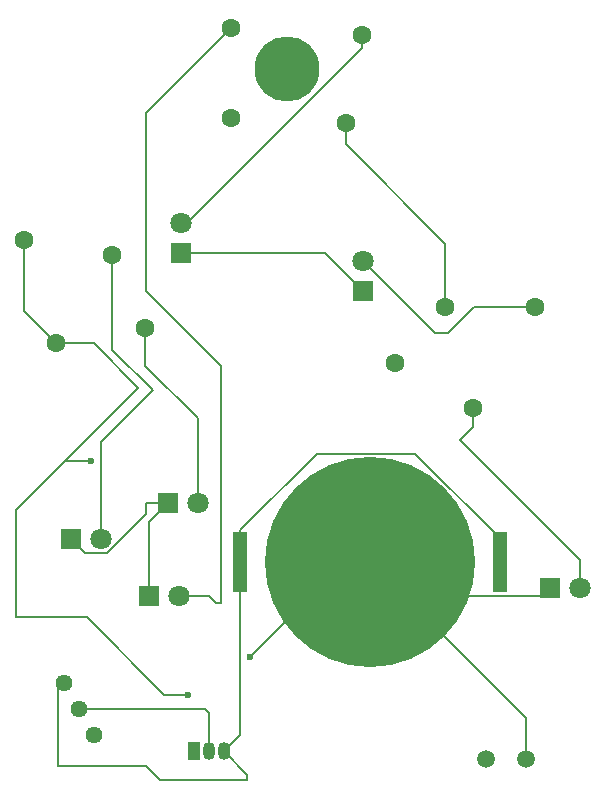
<source format=gbr>
%TF.GenerationSoftware,KiCad,Pcbnew,9.0.2*%
%TF.CreationDate,2025-07-04T00:45:15-07:00*%
%TF.ProjectId,FirstHCProject,46697273-7448-4435-9072-6f6a6563742e,rev?*%
%TF.SameCoordinates,Original*%
%TF.FileFunction,Copper,L1,Top*%
%TF.FilePolarity,Positive*%
%FSLAX46Y46*%
G04 Gerber Fmt 4.6, Leading zero omitted, Abs format (unit mm)*
G04 Created by KiCad (PCBNEW 9.0.2) date 2025-07-04 00:45:15*
%MOMM*%
%LPD*%
G01*
G04 APERTURE LIST*
%TA.AperFunction,ComponentPad*%
%ADD10R,1.800000X1.800000*%
%TD*%
%TA.AperFunction,ComponentPad*%
%ADD11C,1.800000*%
%TD*%
%TA.AperFunction,ComponentPad*%
%ADD12C,1.600000*%
%TD*%
%TA.AperFunction,ComponentPad*%
%ADD13C,1.440000*%
%TD*%
%TA.AperFunction,ComponentPad*%
%ADD14C,1.500000*%
%TD*%
%TA.AperFunction,ComponentPad*%
%ADD15R,1.050000X1.500000*%
%TD*%
%TA.AperFunction,ComponentPad*%
%ADD16O,1.050000X1.500000*%
%TD*%
%TA.AperFunction,SMDPad,CuDef*%
%ADD17R,1.270000X5.080000*%
%TD*%
%TA.AperFunction,SMDPad,CuDef*%
%ADD18C,17.800000*%
%TD*%
%TA.AperFunction,ViaPad*%
%ADD19C,5.500000*%
%TD*%
%TA.AperFunction,ViaPad*%
%ADD20C,0.600000*%
%TD*%
%TA.AperFunction,Conductor*%
%ADD21C,0.200000*%
%TD*%
G04 APERTURE END LIST*
D10*
%TO.P,D2,1,K*%
%TO.N,Net-(BT2--)*%
X136260000Y-119000000D03*
D11*
%TO.P,D2,2,A*%
%TO.N,Net-(D2-A)*%
X138800000Y-119000000D03*
%TD*%
D12*
%TO.P,R3,1*%
%TO.N,Net-(Q1-E)*%
X141600000Y-86400000D03*
%TO.P,R3,2*%
%TO.N,Net-(D3-A)*%
X141600000Y-78780000D03*
%TD*%
D10*
%TO.P,D5,1,K*%
%TO.N,Net-(BT2--)*%
X152800000Y-101000000D03*
D11*
%TO.P,D5,2,A*%
%TO.N,Net-(D5-A)*%
X152800000Y-98460000D03*
%TD*%
D13*
%TO.P,RV1,1,1*%
%TO.N,Net-(BT2-+)*%
X127460000Y-134200591D03*
%TO.P,RV1,2,2*%
%TO.N,Net-(Q1-B)*%
X128730000Y-136400296D03*
%TO.P,RV1,3,3*%
%TO.N,unconnected-(RV1-Pad3)*%
X130000000Y-138600000D03*
%TD*%
D12*
%TO.P,R6,1*%
%TO.N,Net-(Q1-E)*%
X155500443Y-107095000D03*
%TO.P,R6,2*%
%TO.N,Net-(D6-A)*%
X162099557Y-110905000D03*
%TD*%
D14*
%TO.P,R7,1*%
%TO.N,Net-(Q1-B)*%
X163200000Y-140600000D03*
%TO.P,R7,2*%
%TO.N,Net-(BT2--)*%
X166600000Y-140600000D03*
%TD*%
D15*
%TO.P,Q1,1,E*%
%TO.N,Net-(Q1-E)*%
X138460000Y-140000000D03*
D16*
%TO.P,Q1,2,B*%
%TO.N,Net-(Q1-B)*%
X139730000Y-140000000D03*
%TO.P,Q1,3,C*%
%TO.N,Net-(BT2-+)*%
X141000000Y-140000000D03*
%TD*%
D10*
%TO.P,D3,1,K*%
%TO.N,Net-(BT2--)*%
X134660000Y-126800000D03*
D11*
%TO.P,D3,2,A*%
%TO.N,Net-(D3-A)*%
X137200000Y-126800000D03*
%TD*%
D10*
%TO.P,D1,1,K*%
%TO.N,Net-(BT2--)*%
X128060000Y-122000000D03*
D11*
%TO.P,D1,2,A*%
%TO.N,Net-(D1-A)*%
X130600000Y-122000000D03*
%TD*%
D12*
%TO.P,R1,1*%
%TO.N,Net-(Q1-E)*%
X124095765Y-96676801D03*
%TO.P,R1,2*%
%TO.N,Net-(D1-A)*%
X131600000Y-98000000D03*
%TD*%
D17*
%TO.P,BT2,1,+*%
%TO.N,Net-(BT2-+)*%
X142415000Y-124000000D03*
X164385000Y-124000000D03*
D18*
%TO.P,BT2,2,-*%
%TO.N,Net-(BT2--)*%
X153400000Y-124000000D03*
%TD*%
D12*
%TO.P,R2,1*%
%TO.N,Net-(Q1-E)*%
X126847883Y-105461600D03*
%TO.P,R2,2*%
%TO.N,Net-(D2-A)*%
X134352118Y-104138401D03*
%TD*%
D10*
%TO.P,D4,1,K*%
%TO.N,Net-(BT2--)*%
X137400000Y-97800000D03*
D11*
%TO.P,D4,2,A*%
%TO.N,Net-(D4-A)*%
X137400000Y-95260000D03*
%TD*%
D12*
%TO.P,R4,1*%
%TO.N,Net-(Q1-E)*%
X151400000Y-86810000D03*
%TO.P,R4,2*%
%TO.N,Net-(D4-A)*%
X152723199Y-79305765D03*
%TD*%
D10*
%TO.P,D6,1,K*%
%TO.N,Net-(BT2--)*%
X168660000Y-126200000D03*
D11*
%TO.P,D6,2,A*%
%TO.N,Net-(D6-A)*%
X171200000Y-126200000D03*
%TD*%
D12*
%TO.P,R5,1*%
%TO.N,Net-(Q1-E)*%
X159790000Y-102400000D03*
%TO.P,R5,2*%
%TO.N,Net-(D5-A)*%
X167410000Y-102400000D03*
%TD*%
D19*
%TO.N,*%
X146400000Y-82200000D03*
D20*
%TO.N,Net-(BT2--)*%
X143200000Y-132000000D03*
%TO.N,Net-(Q1-E)*%
X129800000Y-115400000D03*
X138000000Y-135200000D03*
%TD*%
D21*
%TO.N,Net-(BT2--)*%
X134400000Y-119898471D02*
X134400000Y-119000000D01*
X129261000Y-123201000D02*
X131097471Y-123201000D01*
X168660000Y-126200000D02*
X168019000Y-126841000D01*
X134400000Y-119000000D02*
X136260000Y-119000000D01*
X149600000Y-97800000D02*
X152800000Y-101000000D01*
X156241000Y-126841000D02*
X153400000Y-124000000D01*
X128060000Y-122000000D02*
X129261000Y-123201000D01*
X166600000Y-140600000D02*
X166600000Y-137200000D01*
X149800000Y-127600000D02*
X153400000Y-124000000D01*
X134660000Y-126800000D02*
X134660000Y-120600000D01*
X137400000Y-97800000D02*
X149600000Y-97800000D01*
X151200000Y-124000000D02*
X143200000Y-132000000D01*
X153400000Y-124000000D02*
X151200000Y-124000000D01*
X168019000Y-126841000D02*
X156241000Y-126841000D01*
X131097471Y-123201000D02*
X134400000Y-119898471D01*
X166600000Y-137200000D02*
X153400000Y-124000000D01*
X134660000Y-120600000D02*
X136260000Y-119000000D01*
%TO.N,Net-(BT2-+)*%
X134400000Y-141200000D02*
X135600000Y-142400000D01*
X127460000Y-134200591D02*
X127000000Y-134660591D01*
X143000000Y-142400000D02*
X143000000Y-142000000D01*
X135600000Y-142400000D02*
X143000000Y-142400000D01*
X142415000Y-124000000D02*
X142415000Y-138585000D01*
X148876000Y-114799000D02*
X157211179Y-114799000D01*
X142415000Y-138585000D02*
X141000000Y-140000000D01*
X127000000Y-141200000D02*
X134400000Y-141200000D01*
X127000000Y-134660591D02*
X127000000Y-141200000D01*
X143000000Y-142000000D02*
X141000000Y-140000000D01*
X164385000Y-121972821D02*
X164385000Y-124000000D01*
X142415000Y-121260000D02*
X148876000Y-114799000D01*
X157211179Y-114799000D02*
X164385000Y-121972821D01*
X142415000Y-124000000D02*
X142415000Y-121260000D01*
%TO.N,Net-(D1-A)*%
X131600000Y-106000000D02*
X135000000Y-109400000D01*
X135000000Y-109400000D02*
X130600000Y-113800000D01*
X131600000Y-98000000D02*
X131600000Y-106000000D01*
X130600000Y-113800000D02*
X130600000Y-122000000D01*
%TO.N,Net-(Q1-B)*%
X139730000Y-136730000D02*
X139400295Y-136400295D01*
X139730000Y-139775000D02*
X139730000Y-140000000D01*
X139400295Y-136400295D02*
X128730000Y-136400295D01*
X139730000Y-140000000D02*
X139730000Y-136730000D01*
%TO.N,Net-(D2-A)*%
X138800000Y-111800000D02*
X138800000Y-119000000D01*
X134352118Y-107352118D02*
X138800000Y-111800000D01*
X134352118Y-104138401D02*
X134352118Y-107352118D01*
%TO.N,Net-(D3-A)*%
X141600000Y-78780000D02*
X134400000Y-85980000D01*
X139800000Y-126800000D02*
X137200000Y-126800000D01*
X140800000Y-127400000D02*
X140400000Y-127400000D01*
X134400000Y-85980000D02*
X134400000Y-101000000D01*
X140400000Y-127400000D02*
X139800000Y-126800000D01*
X134400000Y-101000000D02*
X140800000Y-107400000D01*
X140800000Y-107400000D02*
X140800000Y-127400000D01*
%TO.N,Net-(D4-A)*%
X137900334Y-95260000D02*
X137400000Y-95260000D01*
X138140000Y-95260000D02*
X137400000Y-95260000D01*
X152723199Y-79305765D02*
X152723199Y-80437135D01*
X152723199Y-80437135D02*
X137900334Y-95260000D01*
%TO.N,Net-(D5-A)*%
X167410000Y-102400000D02*
X162200000Y-102400000D01*
X162200000Y-102400000D02*
X160000000Y-104600000D01*
X160000000Y-104600000D02*
X158940000Y-104600000D01*
X158940000Y-104600000D02*
X152800000Y-98460000D01*
%TO.N,Net-(D6-A)*%
X161000000Y-113600000D02*
X171200000Y-123800000D01*
X171200000Y-123800000D02*
X171200000Y-126200000D01*
X162099557Y-112500443D02*
X161000000Y-113600000D01*
X162099557Y-110905000D02*
X162099557Y-112500443D01*
%TO.N,Net-(Q1-E)*%
X159790000Y-102400000D02*
X159790000Y-97000000D01*
X124095765Y-96676801D02*
X124095765Y-102709482D01*
X151400000Y-88610000D02*
X159790000Y-97000000D01*
X126847883Y-105461600D02*
X130061600Y-105461600D01*
X123400000Y-119600000D02*
X123400000Y-128600000D01*
X127600000Y-115400000D02*
X129800000Y-115400000D01*
X130061600Y-105461600D02*
X133800000Y-109200000D01*
X127100000Y-115900000D02*
X123400000Y-119600000D01*
X151400000Y-86810000D02*
X151400000Y-88610000D01*
X133800000Y-109200000D02*
X127100000Y-115900000D01*
X123400000Y-128600000D02*
X129400000Y-128600000D01*
X129400000Y-128600000D02*
X136000000Y-135200000D01*
X136000000Y-135200000D02*
X138000000Y-135200000D01*
X127100000Y-115900000D02*
X127600000Y-115400000D01*
X124095765Y-102709482D02*
X126847883Y-105461600D01*
%TD*%
M02*

</source>
